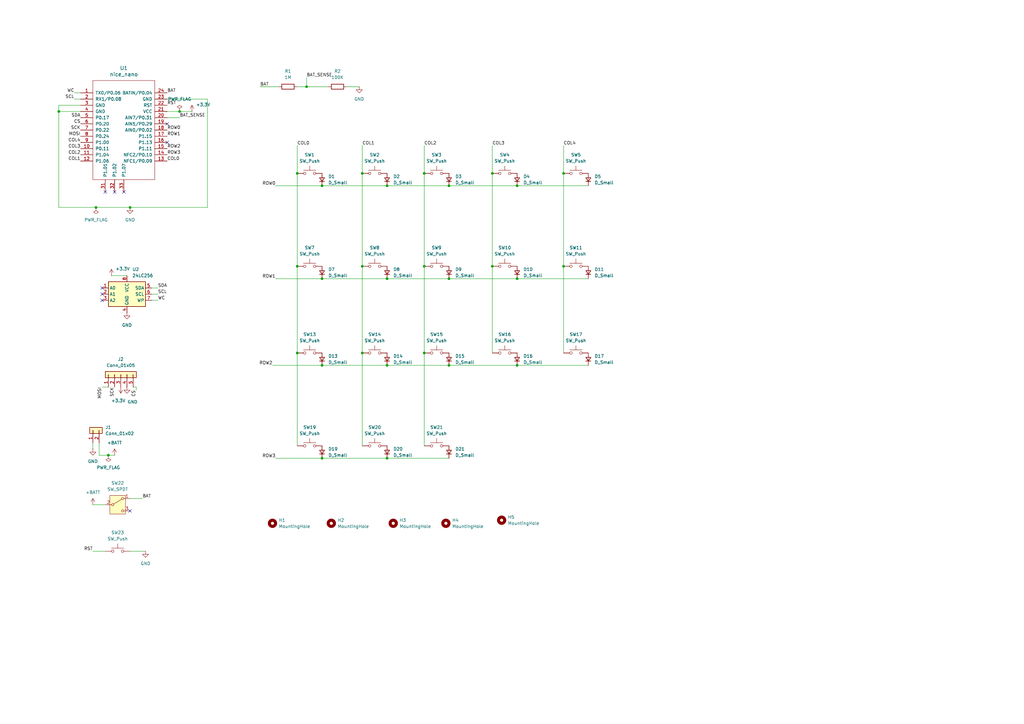
<source format=kicad_sch>
(kicad_sch (version 20231120) (generator "eeschema") (generator_version "8.0")
  (paper "A3")
  (lib_symbols
    (symbol "Connector_Generic:Conn_01x02" (pin_names (offset 1.016) hide)
      (property "Reference" "J" (at 0 2.54 0))
      (property "Value" "Conn_01x02" (at 0 -5.08 0))
      (symbol "Conn_01x02_1_1"
        (rectangle (start -1.27 -2.413) (end 0 -2.667) (stroke (width 0.1524)))
        (rectangle (start -1.27 0.127) (end 0 -0.127) (stroke (width 0.1524)))
        (rectangle (start -1.27 1.27) (end 1.27 -3.81) (stroke (width 0.254)) (fill (type background)))
        (pin passive line (at -5.08 0 0) (length 3.81) (name "Pin_1") (number "1"))
        (pin passive line (at -5.08 -2.54 0) (length 3.81) (name "Pin_2") (number "2"))
      )
    )
    (symbol "Connector_Generic:Conn_01x05" (pin_names (offset 1.016) hide)
      (property "Reference" "J" (at 0 7.62 0))
      (property "Value" "Conn_01x05" (at 0 -7.62 0))
      (symbol "Conn_01x05_1_1"
        (rectangle (start -1.27 -4.953) (end 0 -5.207) (stroke (width 0.1524)))
        (rectangle (start -1.27 -2.413) (end 0 -2.667) (stroke (width 0.1524)))
        (rectangle (start -1.27 0.127) (end 0 -0.127) (stroke (width 0.1524)))
        (rectangle (start -1.27 2.667) (end 0 2.413) (stroke (width 0.1524)))
        (rectangle (start -1.27 5.207) (end 0 4.953) (stroke (width 0.1524)))
        (rectangle (start -1.27 6.35) (end 1.27 -6.35) (stroke (width 0.254)) (fill (type background)))
        (pin passive line (at -5.08 5.08 0) (length 3.81) (name "Pin_1") (number "1"))
        (pin passive line (at -5.08 2.54 0) (length 3.81) (name "Pin_2") (number "2"))
        (pin passive line (at -5.08 0 0) (length 3.81) (name "Pin_3") (number "3"))
        (pin passive line (at -5.08 -2.54 0) (length 3.81) (name "Pin_4") (number "4"))
        (pin passive line (at -5.08 -5.08 0) (length 3.81) (name "Pin_5") (number "5"))
      )
    )
    (symbol "Device:D_Small" (pin_numbers hide) (pin_names (offset 0.254) hide)
      (property "Reference" "D" (at -1.27 2.032 0))
      (property "Value" "D_Small" (at -3.81 -2.032 0))
      (symbol "D_Small_0_1"
        (polyline (pts (xy -0.762 -1.016) (xy -0.762 1.016)) (stroke (width 0.254)))
        (polyline (pts (xy -0.762 0) (xy 0.762 0)))
        (polyline (pts (xy 0.762 -1.016) (xy -0.762 0) (xy 0.762 1.016) (xy 0.762 -1.016)) (stroke (width 0.254)))
      )
      (symbol "D_Small_1_1"
        (pin passive line (at -2.54 0 0) (length 1.778) (name "K") (number "1"))
        (pin passive line (at 2.54 0 180) (length 1.778) (name "A") (number "2"))
      )
    )
    (symbol "Device:R" (pin_numbers hide) (pin_names (offset 0))
      (property "Reference" "R" (at 2.032 0 90))
      (property "Value" "R" (at 0 0 90))
      (symbol "R_0_1"
        (rectangle (start -1.016 -2.54) (end 1.016 2.54) (stroke (width 0.254)))
      )
      (symbol "R_1_1"
        (pin passive line (at 0 3.81 270) (length 1.27) (name "~") (number "1"))
        (pin passive line (at 0 -3.81 90) (length 1.27) (name "~") (number "2"))
      )
    )
    (symbol "Mechanical:MountingHole" (pin_names (offset 1.016)) (exclude_from_sim yes) (in_bom no)
      (property "Reference" "H" (at 0 5.08 0))
      (property "Value" "MountingHole" (at 0 3.175 0))
      (symbol "MountingHole_0_1"
        (circle (center 0 0) (radius 1.27) (stroke (width 1.27)))
      )
    )
    (symbol "Memory_EEPROM:24LC256"
      (property "Reference" "U" (at -6.35 6.35 0))
      (property "Value" "24LC256" (at 1.27 6.35 0))
      (symbol "24LC256_1_1"
        (rectangle (start -7.62 5.08) (end 7.62 -5.08) (stroke (width 0.254)) (fill (type background)))
        (pin input line (at -10.16 2.54 0) (length 2.54) (name "A0") (number "1"))
        (pin input line (at -10.16 0 0) (length 2.54) (name "A1") (number "2"))
        (pin input line (at -10.16 -2.54 0) (length 2.54) (name "A2") (number "3"))
        (pin power_in line (at 0 -7.62 90) (length 2.54) (name "GND") (number "4"))
        (pin bidirectional line (at 10.16 2.54 180) (length 2.54) (name "SDA") (number "5"))
        (pin input line (at 10.16 0 180) (length 2.54) (name "SCL") (number "6"))
        (pin input line (at 10.16 -2.54 180) (length 2.54) (name "WP") (number "7"))
        (pin power_in line (at 0 7.62 270) (length 2.54) (name "VCC") (number "8"))
      )
    )
    (symbol "Switch:SW_Push" (pin_numbers hide) (pin_names (offset 1.016) hide)
      (property "Reference" "SW" (at 1.27 2.54 0))
      (property "Value" "SW_Push" (at 0 -1.524 0))
      (symbol "SW_Push_0_1"
        (circle (center -2.032 0) (radius 0.508))
        (polyline (pts (xy 0 1.27) (xy 0 3.048)))
        (polyline (pts (xy 2.54 1.27) (xy -2.54 1.27)))
        (circle (center 2.032 0) (radius 0.508))
        (pin passive line (at -5.08 0 0) (length 2.54) (name "1") (number "1"))
        (pin passive line (at 5.08 0 180) (length 2.54) (name "2") (number "2"))
      )
    )
    (symbol "Switch:SW_SPDT" (pin_names (offset 0) hide)
      (property "Reference" "SW" (at 0 5.08 0))
      (property "Value" "SW_SPDT" (at 0 -5.08 0))
      (symbol "SW_SPDT_0_1"
        (circle (center -2.032 0) (radius 0.4572))
        (polyline (pts (xy -1.651 0.254) (xy 1.651 2.286)))
        (circle (center 2.032 -2.54) (radius 0.4572))
        (circle (center 2.032 2.54) (radius 0.4572))
      )
      (symbol "SW_SPDT_1_1"
        (rectangle (start -3.175 3.81) (end 3.175 -3.81) (fill (type background)))
        (pin passive line (at 5.08 2.54 180) (length 2.54) (name "A") (number "1"))
        (pin passive line (at -5.08 0 0) (length 2.54) (name "B") (number "2"))
        (pin passive line (at 5.08 -2.54 180) (length 2.54) (name "C") (number "3"))
      )
    )
    (symbol "controller:nice_nano" (pin_names (offset 1.016))
      (property "Reference" "U" (at 0 0 0))
      (property "Value" "nice_nano" (at 0 2.54 0))
      (symbol "nice_nano_0_1"
        (rectangle (start -12.7 -21.59) (end 12.7 19.05))
      )
      (symbol "nice_nano_1_1"
        (pin output line (at -17.78 13.97 0) (length 5.08) (name "TX0/P0.06") (number "1"))
        (pin bidirectional line (at -17.78 -8.89 0) (length 5.08) (name "P0.11") (number "10"))
        (pin bidirectional line (at -17.78 -11.43 0) (length 5.08) (name "P1.04") (number "11"))
        (pin bidirectional line (at -17.78 -13.97 0) (length 5.08) (name "P1.06") (number "12"))
        (pin bidirectional line (at 17.78 -13.97 180) (length 5.08) (name "NFC1/P0.09") (number "13"))
        (pin bidirectional line (at 17.78 -11.43 180) (length 5.08) (name "NFC2/P0.10") (number "14"))
        (pin bidirectional line (at 17.78 -8.89 180) (length 5.08) (name "P1.11") (number "15"))
        (pin bidirectional line (at 17.78 -6.35 180) (length 5.08) (name "P1.13") (number "16"))
        (pin input line (at 17.78 -3.81 180) (length 5.08) (name "P1.15") (number "17"))
        (pin input line (at 17.78 -1.27 180) (length 5.08) (name "AIN0/P0.02") (number "18"))
        (pin input line (at 17.78 1.27 180) (length 5.08) (name "AIN5/P0.29") (number "19"))
        (pin bidirectional line (at -17.78 11.43 0) (length 5.08) (name "RX1/P0.08") (number "2"))
        (pin passive line (at 17.78 3.81 180) (length 5.08) (name "AIN7/P0.31") (number "20"))
        (pin passive line (at 17.78 6.35 180) (length 5.08) (name "VCC") (number "21"))
        (pin input line (at 17.78 8.89 180) (length 5.08) (name "RST") (number "22"))
        (pin input line (at 17.78 11.43 180) (length 5.08) (name "GND") (number "23"))
        (pin input line (at 17.78 13.97 180) (length 5.08) (name "BATIN/P0.04") (number "24"))
        (pin input line (at -17.78 8.89 0) (length 5.08) (name "GND") (number "3"))
        (pin input line (at -7.62 -26.67 90) (length 5.08) (name "P1.01") (number "31"))
        (pin input line (at -3.81 -26.67 90) (length 5.08) (name "P1.02") (number "32"))
        (pin input line (at 0 -26.67 90) (length 5.08) (name "P1.07") (number "33"))
        (pin input line (at -17.78 6.35 0) (length 5.08) (name "GND") (number "4"))
        (pin passive line (at -17.78 3.81 0) (length 5.08) (name "P0.17") (number "5"))
        (pin bidirectional line (at -17.78 1.27 0) (length 5.08) (name "P0.20") (number "6"))
        (pin bidirectional line (at -17.78 -1.27 0) (length 5.08) (name "P0.22") (number "7"))
        (pin bidirectional line (at -17.78 -3.81 0) (length 5.08) (name "P0.24") (number "8"))
        (pin bidirectional line (at -17.78 -6.35 0) (length 5.08) (name "P1.00") (number "9"))
      )
    )
    (symbol "power:+3.3V" (power) (pin_numbers hide) (pin_names (offset 0) hide)
      (property "Value" "+3.3V" (at 0 3.556 0))
      (symbol "+3.3V_0_1"
        (polyline (pts (xy -0.762 1.27) (xy 0 2.54)))
        (polyline (pts (xy 0 0) (xy 0 2.54)))
        (polyline (pts (xy 0 2.54) (xy 0.762 1.27)))
      )
      (symbol "+3.3V_1_1"
        (pin power_in line (at 0 0 90) (length 0) (name "~") (number "1"))
      )
    )
    (symbol "power:+BATT" (power) (pin_numbers hide) (pin_names (offset 0) hide)
      (property "Value" "+BATT" (at 0 3.556 0))
      (symbol "+BATT_0_1"
        (polyline (pts (xy -0.762 1.27) (xy 0 2.54)))
        (polyline (pts (xy 0 0) (xy 0 2.54)))
        (polyline (pts (xy 0 2.54) (xy 0.762 1.27)))
      )
      (symbol "+BATT_1_1"
        (pin power_in line (at 0 0 90) (length 0) (name "~") (number "1"))
      )
    )
    (symbol "power:GND" (power) (pin_numbers hide) (pin_names (offset 0) hide)
      (property "Value" "GND" (at 0 -3.81 0))
      (symbol "GND_0_1"
        (polyline (pts (xy 0 0) (xy 0 -1.27) (xy 1.27 -1.27) (xy 0 -2.54) (xy -1.27 -1.27) (xy 0 -1.27)))
      )
      (symbol "GND_1_1"
        (pin power_in line (at 0 0 270) (length 0) (name "~") (number "1"))
      )
    )
    (symbol "power:PWR_FLAG" (power) (pin_numbers hide) (pin_names (offset 0) hide)
      (property "Value" "PWR_FLAG" (at 0 3.81 0))
      (symbol "PWR_FLAG_0_0"
        (pin power_out line (at 0 0 90) (length 0) (name "~") (number "1"))
      )
      (symbol "PWR_FLAG_0_1"
        (polyline (pts (xy 0 0) (xy 0 1.27) (xy -1.016 1.905) (xy 0 2.54) (xy 1.016 1.905) (xy 0 1.27)))
      )
    )
  )
  (junction (at 231.14 71.12))
  (junction (at 148.59 71.12))
  (junction (at 184.15 114.3))
  (junction (at 121.92 144.78))
  (junction (at 173.99 109.22))
  (junction (at 148.59 109.22))
  (junction (at 39.37 85.09))
  (junction (at 53.34 85.09))
  (junction (at 173.99 144.78))
  (junction (at 184.15 76.2))
  (junction (at 132.08 187.96))
  (junction (at 212.09 114.3))
  (junction (at 44.45 186.69))
  (junction (at 132.08 76.2))
  (junction (at 201.93 71.12))
  (junction (at 173.99 71.12))
  (junction (at 132.08 149.86))
  (junction (at 201.93 109.22))
  (junction (at 121.92 71.12))
  (junction (at 158.75 76.2))
  (junction (at 212.09 149.86))
  (junction (at 125.73 35.56))
  (junction (at 212.09 76.2))
  (junction (at 148.59 144.78))
  (junction (at 73.66 45.72))
  (junction (at 158.75 149.86))
  (junction (at 132.08 114.3))
  (junction (at 24.13 45.72))
  (junction (at 231.14 109.22))
  (junction (at 158.75 114.3))
  (junction (at 184.15 149.86))
  (junction (at 158.75 187.96))
  (junction (at 121.92 109.22))
  (no_connect (at 41.91 118.11))
  (no_connect (at 53.34 209.55))
  (no_connect (at 46.99 78.74))
  (no_connect (at 50.8 78.74))
  (no_connect (at 68.58 58.42))
  (no_connect (at 68.58 50.8))
  (no_connect (at 43.18 78.74))
  (no_connect (at 41.91 123.19))
  (no_connect (at 41.91 120.65))
  (wire (pts (xy 148.59 109.22) (xy 148.59 144.78)))
  (wire (pts (xy 121.92 109.22) (xy 121.92 144.78)))
  (wire (pts (xy 173.99 144.78) (xy 173.99 182.88)))
  (wire (pts (xy 38.1 181.61) (xy 38.1 184.15)))
  (wire (pts (xy 125.73 31.75) (xy 125.73 35.56)))
  (wire (pts (xy 68.58 40.64) (xy 85.09 40.64)))
  (wire (pts (xy 184.15 149.86) (xy 212.09 149.86)))
  (wire (pts (xy 30.48 38.1) (xy 33.02 38.1)))
  (wire (pts (xy 231.14 109.22) (xy 231.14 144.78)))
  (wire (pts (xy 231.14 59.69) (xy 231.14 71.12)))
  (wire (pts (xy 55.88 160.02) (xy 55.88 158.75)))
  (wire (pts (xy 58.42 204.47) (xy 53.34 204.47)))
  (wire (pts (xy 121.92 144.78) (xy 121.92 182.88)))
  (wire (pts (xy 85.09 40.64) (xy 85.09 85.09)))
  (wire (pts (xy 158.75 114.3) (xy 184.15 114.3)))
  (wire (pts (xy 24.13 45.72) (xy 24.13 85.09)))
  (wire (pts (xy 24.13 85.09) (xy 39.37 85.09)))
  (wire (pts (xy 212.09 149.86) (xy 241.3 149.86)))
  (wire (pts (xy 39.37 85.09) (xy 53.34 85.09)))
  (wire (pts (xy 201.93 59.69) (xy 201.93 71.12)))
  (wire (pts (xy 184.15 76.2) (xy 212.09 76.2)))
  (wire (pts (xy 38.1 226.06) (xy 43.18 226.06)))
  (wire (pts (xy 132.08 187.96) (xy 158.75 187.96)))
  (wire (pts (xy 212.09 76.2) (xy 241.3 76.2)))
  (wire (pts (xy 113.03 76.2) (xy 132.08 76.2)))
  (wire (pts (xy 173.99 59.69) (xy 173.99 71.12)))
  (wire (pts (xy 64.77 118.11) (xy 62.23 118.11)))
  (wire (pts (xy 44.45 186.69) (xy 46.99 186.69)))
  (wire (pts (xy 113.03 187.96) (xy 132.08 187.96)))
  (wire (pts (xy 132.08 76.2) (xy 158.75 76.2)))
  (wire (pts (xy 64.77 123.19) (xy 62.23 123.19)))
  (wire (pts (xy 53.34 85.09) (xy 85.09 85.09)))
  (wire (pts (xy 40.64 181.61) (xy 40.64 186.69)))
  (wire (pts (xy 55.88 158.75) (xy 54.61 158.75)))
  (wire (pts (xy 212.09 114.3) (xy 241.3 114.3)))
  (wire (pts (xy 148.59 71.12) (xy 148.59 109.22)))
  (wire (pts (xy 121.92 59.69) (xy 121.92 71.12)))
  (wire (pts (xy 68.58 48.26) (xy 73.66 48.26)))
  (wire (pts (xy 158.75 187.96) (xy 184.15 187.96)))
  (wire (pts (xy 64.77 120.65) (xy 62.23 120.65)))
  (wire (pts (xy 125.73 35.56) (xy 134.62 35.56)))
  (wire (pts (xy 184.15 114.3) (xy 212.09 114.3)))
  (wire (pts (xy 132.08 114.3) (xy 158.75 114.3)))
  (wire (pts (xy 24.13 45.72) (xy 33.02 45.72)))
  (wire (pts (xy 173.99 109.22) (xy 173.99 144.78)))
  (wire (pts (xy 201.93 71.12) (xy 201.93 109.22)))
  (wire (pts (xy 121.92 35.56) (xy 125.73 35.56)))
  (wire (pts (xy 111.76 149.86) (xy 132.08 149.86)))
  (wire (pts (xy 30.48 40.64) (xy 33.02 40.64)))
  (wire (pts (xy 142.24 35.56) (xy 147.32 35.56)))
  (wire (pts (xy 73.66 45.72) (xy 78.74 45.72)))
  (wire (pts (xy 45.72 113.03) (xy 52.07 113.03)))
  (wire (pts (xy 148.59 144.78) (xy 148.59 182.88)))
  (wire (pts (xy 173.99 71.12) (xy 173.99 109.22)))
  (wire (pts (xy 158.75 76.2) (xy 184.15 76.2)))
  (wire (pts (xy 41.91 158.75) (xy 44.45 158.75)))
  (wire (pts (xy 53.34 226.06) (xy 59.69 226.06)))
  (wire (pts (xy 38.1 207.01) (xy 43.18 207.01)))
  (wire (pts (xy 121.92 71.12) (xy 121.92 109.22)))
  (wire (pts (xy 113.03 114.3) (xy 132.08 114.3)))
  (wire (pts (xy 201.93 109.22) (xy 201.93 144.78)))
  (wire (pts (xy 132.08 149.86) (xy 158.75 149.86)))
  (wire (pts (xy 68.58 45.72) (xy 73.66 45.72)))
  (wire (pts (xy 24.13 43.18) (xy 33.02 43.18)))
  (wire (pts (xy 40.64 186.69) (xy 44.45 186.69)))
  (wire (pts (xy 106.68 35.56) (xy 114.3 35.56)))
  (wire (pts (xy 231.14 71.12) (xy 231.14 109.22)))
  (wire (pts (xy 24.13 43.18) (xy 24.13 45.72)))
  (wire (pts (xy 158.75 149.86) (xy 184.15 149.86)))
  (wire (pts (xy 148.59 59.69) (xy 148.59 71.12)))
  (label "ROW0" (at 68.58 53.34 0))
  (label "BAT_SENSE" (at 125.73 31.75 0))
  (label "COL0" (at 121.92 59.69 0))
  (label "SCL" (at 30.48 40.64 180))
  (label "COL3" (at 33.02 60.96 180))
  (label "COL0" (at 68.58 66.04 0))
  (label "BAT_SENSE" (at 73.66 48.26 0))
  (label "COL4" (at 231.14 59.69 0))
  (label "CS" (at 33.02 50.8 180))
  (label "ROW3" (at 113.03 187.96 180))
  (label "MOSI" (at 33.02 55.88 180))
  (label "COL4" (at 33.02 58.42 180))
  (label "COL1" (at 148.59 59.69 0))
  (label "COL3" (at 201.93 59.69 0))
  (label "WC" (at 64.77 123.19 0))
  (label "SCK" (at 46.99 158.75 270))
  (label "CS" (at 55.88 160.02 270))
  (label "ROW2" (at 68.58 60.96 0))
  (label "SCK" (at 33.02 53.34 180))
  (label "ROW0" (at 113.03 76.2 180))
  (label "SDA" (at 33.02 48.26 180))
  (label "BAT" (at 68.58 38.1 0))
  (label "COL2" (at 33.02 63.5 180))
  (label "SDA" (at 64.77 118.11 0))
  (label "BAT" (at 58.42 204.47 0))
  (label "ROW3" (at 68.58 63.5 0))
  (label "ROW1" (at 113.03 114.3 180))
  (label "WC" (at 30.48 38.1 180))
  (label "RST" (at 68.58 43.18 0))
  (label "SCL" (at 64.77 120.65 0))
  (label "MOSI" (at 41.91 158.75 270))
  (label "ROW1" (at 68.58 55.88 0))
  (label "RST" (at 38.1 226.06 180))
  (label "COL1" (at 33.02 66.04 180))
  (label "ROW2" (at 111.76 149.86 180))
  (label "BAT" (at 106.68 35.56 0))
  (label "COL2" (at 173.99 59.69 0))
  (symbol (lib_id "Connector_Generic:Conn_01x02") (at 38.1 176.53 90) (unit 1)
    (property "Reference" "J1" (at 43.18 175.2599 90) (effects (justify right)))
    (property "Value" "Conn_01x02" (at 43.18 177.7999 90) (effects (justify right)))
    (property "Footprint" "Connector_JST:JST_PH_S2B-PH-K_1x02_P2.00mm_Horizontal" (effects (hide yes)))
    (property "Description" "Generic connector, single row, 01x02, script generated (kicad-library-utils/schlib/autogen/connector/)" (effects (hide yes)))
  )
  (symbol (lib_id "power:PWR_FLAG") (at 73.66 45.72 0) (unit 1)
    (property "Reference" "#FLG03" (effects (hide yes)))
    (property "Value" "PWR_FLAG" (at 73.66 40.64 0))
    (property "Description" "Special symbol for telling ERC where power comes from" (effects (hide yes)))
  )
  (symbol (lib_id "Switch:SW_SPDT") (at 48.26 207.01 0) (unit 1)
    (property "Reference" "SW22" (at 48.26 198.12 0))
    (property "Value" "SW_SPDT" (at 48.26 200.66 0))
    (property "Footprint" "Button_Switch_SMD:SW_SPDT_PCM12" (effects (hide yes)))
    (property "Description" "Switch, single pole double throw" (effects (hide yes)))
  )
  (symbol (lib_id "Device:D_Small") (at 158.75 73.66 90) (unit 1)
    (property "Reference" "D2" (at 161.29 72.3899 90) (effects (justify right)))
    (property "Value" "D_Small" (at 161.29 74.9299 90) (effects (justify right)))
    (property "Footprint" "Diode_SMD:D_SOD-123" (effects (hide yes)))
    (property "Description" "Diode, small symbol" (effects (hide yes)))
    (property "Sim.Device" "D" (effects (hide yes)))
    (property "Sim.Pins" "1=K 2=A" (effects (hide yes)))
  )
  (symbol (lib_id "Device:D_Small") (at 158.75 111.76 90) (unit 1)
    (property "Reference" "D8" (at 161.29 110.4899 90) (effects (justify right)))
    (property "Value" "D_Small" (at 161.29 113.0299 90) (effects (justify right)))
    (property "Footprint" "Diode_SMD:D_SOD-123" (effects (hide yes)))
    (property "Description" "Diode, small symbol" (effects (hide yes)))
    (property "Sim.Device" "D" (effects (hide yes)))
    (property "Sim.Pins" "1=K 2=A" (effects (hide yes)))
  )
  (symbol (lib_id "Device:D_Small") (at 184.15 147.32 90) (unit 1)
    (property "Reference" "D15" (at 186.69 146.0499 90) (effects (justify right)))
    (property "Value" "D_Small" (at 186.69 148.5899 90) (effects (justify right)))
    (property "Footprint" "Diode_SMD:D_SOD-123" (effects (hide yes)))
    (property "Description" "Diode, small symbol" (effects (hide yes)))
    (property "Sim.Device" "D" (effects (hide yes)))
    (property "Sim.Pins" "1=K 2=A" (effects (hide yes)))
  )
  (symbol (lib_id "Device:D_Small") (at 132.08 73.66 90) (unit 1)
    (property "Reference" "D1" (at 134.62 72.3899 90) (effects (justify right)))
    (property "Value" "D_Small" (at 134.62 74.9299 90) (effects (justify right)))
    (property "Footprint" "Diode_SMD:D_SOD-123" (effects (hide yes)))
    (property "Description" "Diode, small symbol" (effects (hide yes)))
    (property "Sim.Device" "D" (effects (hide yes)))
    (property "Sim.Pins" "1=K 2=A" (effects (hide yes)))
  )
  (symbol (lib_id "Switch:SW_Push") (at 236.22 144.78 0) (unit 1)
    (property "Reference" "SW17" (at 236.22 137.16 0))
    (property "Value" "SW_Push" (at 236.22 139.7 0))
    (property "Footprint" "PCM_Switch_Keyboard_Hotswap_Kailh:SW_Hotswap_Kailh_Choc_V1V2_1.1" (effects (hide yes)))
    (property "Description" "Push button switch, generic, two pins" (effects (hide yes)))
  )
  (symbol (lib_id "Device:D_Small") (at 241.3 73.66 90) (unit 1)
    (property "Reference" "D5" (at 243.84 72.3899 90) (effects (justify right)))
    (property "Value" "D_Small" (at 243.84 74.9299 90) (effects (justify right)))
    (property "Footprint" "Diode_SMD:D_SOD-123" (effects (hide yes)))
    (property "Description" "Diode, small symbol" (effects (hide yes)))
    (property "Sim.Device" "D" (effects (hide yes)))
    (property "Sim.Pins" "1=K 2=A" (effects (hide yes)))
  )
  (symbol (lib_id "Device:D_Small") (at 132.08 147.32 90) (unit 1)
    (property "Reference" "D13" (at 134.62 146.0499 90) (effects (justify right)))
    (property "Value" "D_Small" (at 134.62 148.5899 90) (effects (justify right)))
    (property "Footprint" "Diode_SMD:D_SOD-123" (effects (hide yes)))
    (property "Description" "Diode, small symbol" (effects (hide yes)))
    (property "Sim.Device" "D" (effects (hide yes)))
    (property "Sim.Pins" "1=K 2=A" (effects (hide yes)))
  )
  (symbol (lib_id "Switch:SW_Push") (at 153.67 144.78 0) (unit 1)
    (property "Reference" "SW14" (at 153.67 137.16 0))
    (property "Value" "SW_Push" (at 153.67 139.7 0))
    (property "Footprint" "PCM_Switch_Keyboard_Hotswap_Kailh:SW_Hotswap_Kailh_Choc_V1V2_1.1" (effects (hide yes)))
    (property "Description" "Push button switch, generic, two pins" (effects (hide yes)))
  )
  (symbol (lib_id "power:+3.3V") (at 78.74 45.72 0) (unit 1)
    (property "Reference" "#PWR03" (effects (hide yes)))
    (property "Value" "+3.3V" (at 83.312 42.926 0))
    (property "Description" "Power symbol creates a global label with name \"+3.3V\"" (effects (hide yes)))
  )
  (symbol (lib_id "Switch:SW_Push") (at 236.22 109.22 0) (unit 1)
    (property "Reference" "SW11" (at 236.22 101.6 0))
    (property "Value" "SW_Push" (at 236.22 104.14 0))
    (property "Footprint" "PCM_Switch_Keyboard_Hotswap_Kailh:SW_Hotswap_Kailh_Choc_V1V2_1.1" (effects (hide yes)))
    (property "Description" "Push button switch, generic, two pins" (effects (hide yes)))
  )
  (symbol (lib_id "Mechanical:MountingHole") (at 182.88 214.63 0) (unit 1) (exclude_from_sim yes) (in_bom no)
    (property "Reference" "H4" (at 185.42 213.3599 0) (effects (justify left)))
    (property "Value" "MountingHole" (at 185.42 215.8999 0) (effects (justify left)))
    (property "Footprint" "MountingHole:MountingHole_2.2mm_M2" (effects (hide yes)))
    (property "Description" "Mounting Hole without connection" (effects (hide yes)))
  )
  (symbol (lib_id "Device:R") (at 118.11 35.56 90) (unit 1)
    (property "Reference" "R1" (at 118.11 29.21 90))
    (property "Value" "1M" (at 118.11 31.75 90))
    (property "Footprint" "Resistor_SMD:R_0603_1608Metric_Pad0.98x0.95mm_HandSolder" (effects (hide yes)))
    (property "Description" "Resistor" (effects (hide yes)))
  )
  (symbol (lib_id "Mechanical:MountingHole") (at 205.74 213.36 0) (unit 1) (exclude_from_sim yes) (in_bom no)
    (property "Reference" "H5" (at 208.28 212.0899 0) (effects (justify left)))
    (property "Value" "MountingHole" (at 208.28 214.6299 0) (effects (justify left)))
    (property "Footprint" "MountingHole:MountingHole_2.2mm_M2" (effects (hide yes)))
    (property "Description" "Mounting Hole without connection" (effects (hide yes)))
  )
  (symbol (lib_id "Switch:SW_Push") (at 127 144.78 0) (unit 1)
    (property "Reference" "SW13" (at 127 137.16 0))
    (property "Value" "SW_Push" (at 127 139.7 0))
    (property "Footprint" "PCM_Switch_Keyboard_Hotswap_Kailh:SW_Hotswap_Kailh_Choc_V1V2_1.1" (effects (hide yes)))
    (property "Description" "Push button switch, generic, two pins" (effects (hide yes)))
  )
  (symbol (lib_id "Switch:SW_Push") (at 127 109.22 0) (unit 1)
    (property "Reference" "SW7" (at 127 101.6 0))
    (property "Value" "SW_Push" (at 127 104.14 0))
    (property "Footprint" "PCM_Switch_Keyboard_Hotswap_Kailh:SW_Hotswap_Kailh_Choc_V1V2_1.1" (effects (hide yes)))
    (property "Description" "Push button switch, generic, two pins" (effects (hide yes)))
  )
  (symbol (lib_id "power:GND") (at 52.07 158.75 0) (unit 1)
    (property "Reference" "#PWR013" (effects (hide yes)))
    (property "Value" "GND" (at 54.356 164.846 0))
    (property "Description" "Power symbol creates a global label with name \"GND\" , ground" (effects (hide yes)))
  )
  (symbol (lib_id "Device:D_Small") (at 132.08 111.76 90) (unit 1)
    (property "Reference" "D7" (at 134.62 110.4899 90) (effects (justify right)))
    (property "Value" "D_Small" (at 134.62 113.0299 90) (effects (justify right)))
    (property "Footprint" "Diode_SMD:D_SOD-123" (effects (hide yes)))
    (property "Description" "Diode, small symbol" (effects (hide yes)))
    (property "Sim.Device" "D" (effects (hide yes)))
    (property "Sim.Pins" "1=K 2=A" (effects (hide yes)))
  )
  (symbol (lib_id "Device:D_Small") (at 158.75 147.32 90) (unit 1)
    (property "Reference" "D14" (at 161.29 146.0499 90) (effects (justify right)))
    (property "Value" "D_Small" (at 161.29 148.5899 90) (effects (justify right)))
    (property "Footprint" "Diode_SMD:D_SOD-123" (effects (hide yes)))
    (property "Description" "Diode, small symbol" (effects (hide yes)))
    (property "Sim.Device" "D" (effects (hide yes)))
    (property "Sim.Pins" "1=K 2=A" (effects (hide yes)))
  )
  (symbol (lib_id "Switch:SW_Push") (at 153.67 109.22 0) (unit 1)
    (property "Reference" "SW8" (at 153.67 101.6 0))
    (property "Value" "SW_Push" (at 153.67 104.14 0))
    (property "Footprint" "PCM_Switch_Keyboard_Hotswap_Kailh:SW_Hotswap_Kailh_Choc_V1V2_1.1" (effects (hide yes)))
    (property "Description" "Push button switch, generic, two pins" (effects (hide yes)))
  )
  (symbol (lib_id "power:GND") (at 59.69 226.06 0) (unit 1)
    (property "Reference" "#PWR011" (effects (hide yes)))
    (property "Value" "GND" (at 59.69 231.14 0))
    (property "Description" "Power symbol creates a global label with name \"GND\" , ground" (effects (hide yes)))
  )
  (symbol (lib_id "Switch:SW_Push") (at 48.26 226.06 0) (unit 1)
    (property "Reference" "SW23" (at 48.26 218.44 0))
    (property "Value" "SW_Push" (at 48.26 220.98 0))
    (property "Footprint" "Button_Switch_SMD:Panasonic_EVQPUL_EVQPUC" (effects (hide yes)))
    (property "Description" "Push button switch, generic, two pins" (effects (hide yes)))
  )
  (symbol (lib_id "Connector_Generic:Conn_01x05") (at 49.53 153.67 90) (unit 1)
    (property "Reference" "J2" (at 49.53 147.32 90))
    (property "Value" "Conn_01x05" (at 49.53 149.86 90))
    (property "Footprint" "Connector_PinSocket_2.54mm:PinSocket_1x05_P2.54mm_Vertical" (effects (hide yes)))
    (property "Description" "Generic connector, single row, 01x05, script generated (kicad-library-utils/schlib/autogen/connector/)" (effects (hide yes)))
  )
  (symbol (lib_id "Device:D_Small") (at 212.09 73.66 90) (unit 1)
    (property "Reference" "D4" (at 214.63 72.3899 90) (effects (justify right)))
    (property "Value" "D_Small" (at 214.63 74.9299 90) (effects (justify right)))
    (property "Footprint" "Diode_SMD:D_SOD-123" (effects (hide yes)))
    (property "Description" "Diode, small symbol" (effects (hide yes)))
    (property "Sim.Device" "D" (effects (hide yes)))
    (property "Sim.Pins" "1=K 2=A" (effects (hide yes)))
  )
  (symbol (lib_id "Device:D_Small") (at 184.15 73.66 90) (unit 1)
    (property "Reference" "D3" (at 186.69 72.3899 90) (effects (justify right)))
    (property "Value" "D_Small" (at 186.69 74.9299 90) (effects (justify right)))
    (property "Footprint" "Diode_SMD:D_SOD-123" (effects (hide yes)))
    (property "Description" "Diode, small symbol" (effects (hide yes)))
    (property "Sim.Device" "D" (effects (hide yes)))
    (property "Sim.Pins" "1=K 2=A" (effects (hide yes)))
  )
  (symbol (lib_id "power:GND") (at 38.1 184.15 0) (unit 1)
    (property "Reference" "#PWR010" (effects (hide yes)))
    (property "Value" "GND" (at 38.1 189.23 0))
    (property "Description" "Power symbol creates a global label with name \"GND\" , ground" (effects (hide yes)))
  )
  (symbol (lib_id "power:GND") (at 53.34 85.09 0) (unit 1)
    (property "Reference" "#PWR02" (effects (hide yes)))
    (property "Value" "GND" (at 53.34 90.17 0))
    (property "Description" "Power symbol creates a global label with name \"GND\" , ground" (effects (hide yes)))
  )
  (symbol (lib_id "Mechanical:MountingHole") (at 135.89 214.63 0) (unit 1) (exclude_from_sim yes) (in_bom no)
    (property "Reference" "H2" (at 138.43 213.3599 0) (effects (justify left)))
    (property "Value" "MountingHole" (at 138.43 215.8999 0) (effects (justify left)))
    (property "Footprint" "MountingHole:MountingHole_2.2mm_M2" (effects (hide yes)))
    (property "Description" "Mounting Hole without connection" (effects (hide yes)))
  )
  (symbol (lib_id "power:+BATT") (at 46.99 186.69 0) (unit 1)
    (property "Reference" "#PWR09" (effects (hide yes)))
    (property "Value" "+BATT" (at 46.99 181.61 0))
    (property "Description" "Power symbol creates a global label with name \"+BATT\"" (effects (hide yes)))
  )
  (symbol (lib_id "power:GND") (at 52.07 128.27 0) (unit 1)
    (property "Reference" "#PWR05" (effects (hide yes)))
    (property "Value" "GND" (at 52.07 133.35 0))
    (property "Description" "Power symbol creates a global label with name \"GND\" , ground" (effects (hide yes)))
  )
  (symbol (lib_id "Mechanical:MountingHole") (at 111.76 214.63 0) (unit 1) (exclude_from_sim yes) (in_bom no)
    (property "Reference" "H1" (at 114.3 213.3599 0) (effects (justify left)))
    (property "Value" "MountingHole" (at 114.3 215.8999 0) (effects (justify left)))
    (property "Footprint" "MountingHole:MountingHole_2.2mm_M2" (effects (hide yes)))
    (property "Description" "Mounting Hole without connection" (effects (hide yes)))
  )
  (symbol (lib_id "Switch:SW_Push") (at 179.07 71.12 0) (unit 1)
    (property "Reference" "SW3" (at 179.07 63.5 0))
    (property "Value" "SW_Push" (at 179.07 66.04 0))
    (property "Footprint" "PCM_Switch_Keyboard_Hotswap_Kailh:SW_Hotswap_Kailh_Choc_V1V2_1.1" (effects (hide yes)))
    (property "Description" "Push button switch, generic, two pins" (effects (hide yes)))
  )
  (symbol (lib_id "power:PWR_FLAG") (at 39.37 85.09 180) (unit 1)
    (property "Reference" "#FLG04" (effects (hide yes)))
    (property "Value" "PWR_FLAG" (at 39.37 90.17 0))
    (property "Description" "Special symbol for telling ERC where power comes from" (effects (hide yes)))
  )
  (symbol (lib_id "Switch:SW_Push") (at 207.01 144.78 0) (unit 1)
    (property "Reference" "SW16" (at 207.01 137.16 0))
    (property "Value" "SW_Push" (at 207.01 139.7 0))
    (property "Footprint" "PCM_Switch_Keyboard_Hotswap_Kailh:SW_Hotswap_Kailh_Choc_V1V2_1.1" (effects (hide yes)))
    (property "Description" "Push button switch, generic, two pins" (effects (hide yes)))
  )
  (symbol (lib_id "Device:D_Small") (at 241.3 147.32 90) (unit 1)
    (property "Reference" "D17" (at 243.84 146.0499 90) (effects (justify right)))
    (property "Value" "D_Small" (at 243.84 148.5899 90) (effects (justify right)))
    (property "Footprint" "Diode_SMD:D_SOD-123" (effects (hide yes)))
    (property "Description" "Diode, small symbol" (effects (hide yes)))
    (property "Sim.Device" "D" (effects (hide yes)))
    (property "Sim.Pins" "1=K 2=A" (effects (hide yes)))
  )
  (symbol (lib_id "power:GND") (at 147.32 35.56 0) (unit 1)
    (property "Reference" "#PWR04" (effects (hide yes)))
    (property "Value" "GND" (at 147.32 40.64 0))
    (property "Description" "Power symbol creates a global label with name \"GND\" , ground" (effects (hide yes)))
  )
  (symbol (lib_id "Mechanical:MountingHole") (at 161.29 214.63 0) (unit 1) (exclude_from_sim yes) (in_bom no)
    (property "Reference" "H3" (at 163.83 213.3599 0) (effects (justify left)))
    (property "Value" "MountingHole" (at 163.83 215.8999 0) (effects (justify left)))
    (property "Footprint" "MountingHole:MountingHole_2.2mm_M2" (effects (hide yes)))
    (property "Description" "Mounting Hole without connection" (effects (hide yes)))
  )
  (symbol (lib_id "power:+3.3V") (at 49.53 158.75 180) (unit 1)
    (property "Reference" "#PWR07" (effects (hide yes)))
    (property "Value" "+3.3V" (at 48.514 164.338 0))
    (property "Description" "Power symbol creates a global label with name \"+3.3V\"" (effects (hide yes)))
  )
  (symbol (lib_id "Switch:SW_Push") (at 179.07 182.88 0) (unit 1)
    (property "Reference" "SW21" (at 179.07 175.26 0))
    (property "Value" "SW_Push" (at 179.07 177.8 0))
    (property "Footprint" "PCM_Switch_Keyboard_Hotswap_Kailh:SW_Hotswap_Kailh_Choc_V1V2_1.1" (effects (hide yes)))
    (property "Description" "Push button switch, generic, two pins" (effects (hide yes)))
  )
  (symbol (lib_id "power:+BATT") (at 38.1 207.01 0) (unit 1)
    (property "Reference" "#PWR01" (effects (hide yes)))
    (property "Value" "+BATT" (at 38.1 201.93 0))
    (property "Description" "Power symbol creates a global label with name \"+BATT\"" (effects (hide yes)))
  )
  (symbol (lib_id "Device:D_Small") (at 158.75 185.42 90) (unit 1)
    (property "Reference" "D20" (at 161.29 184.1499 90) (effects (justify right)))
    (property "Value" "D_Small" (at 161.29 186.6899 90) (effects (justify right)))
    (property "Footprint" "Diode_SMD:D_SOD-123" (effects (hide yes)))
    (property "Description" "Diode, small symbol" (effects (hide yes)))
    (property "Sim.Device" "D" (effects (hide yes)))
    (property "Sim.Pins" "1=K 2=A" (effects (hide yes)))
  )
  (symbol (lib_id "Switch:SW_Push") (at 127 71.12 0) (unit 1)
    (property "Reference" "SW1" (at 127 63.5 0))
    (property "Value" "SW_Push" (at 127 66.04 0))
    (property "Footprint" "PCM_Switch_Keyboard_Hotswap_Kailh:SW_Hotswap_Kailh_Choc_V1V2_1.1" (effects (hide yes)))
    (property "Description" "Push button switch, generic, two pins" (effects (hide yes)))
  )
  (symbol (lib_id "Switch:SW_Push") (at 236.22 71.12 0) (unit 1)
    (property "Reference" "SW5" (at 236.22 63.5 0))
    (property "Value" "SW_Push" (at 236.22 66.04 0))
    (property "Footprint" "PCM_Switch_Keyboard_Hotswap_Kailh:SW_Hotswap_Kailh_Choc_V1V2_1.1" (effects (hide yes)))
    (property "Description" "Push button switch, generic, two pins" (effects (hide yes)))
  )
  (symbol (lib_id "Device:D_Small") (at 132.08 185.42 90) (unit 1)
    (property "Reference" "D19" (at 134.62 184.1499 90) (effects (justify right)))
    (property "Value" "D_Small" (at 134.62 186.6899 90) (effects (justify right)))
    (property "Footprint" "Diode_SMD:D_SOD-123" (effects (hide yes)))
    (property "Description" "Diode, small symbol" (effects (hide yes)))
    (property "Sim.Device" "D" (effects (hide yes)))
    (property "Sim.Pins" "1=K 2=A" (effects (hide yes)))
  )
  (symbol (lib_id "Switch:SW_Push") (at 179.07 144.78 0) (unit 1)
    (property "Reference" "SW15" (at 179.07 137.16 0))
    (property "Value" "SW_Push" (at 179.07 139.7 0))
    (property "Footprint" "PCM_Switch_Keyboard_Hotswap_Kailh:SW_Hotswap_Kailh_Choc_V1V2_1.1" (effects (hide yes)))
    (property "Description" "Push button switch, generic, two pins" (effects (hide yes)))
  )
  (symbol (lib_id "Switch:SW_Push") (at 207.01 109.22 0) (unit 1)
    (property "Reference" "SW10" (at 207.01 101.6 0))
    (property "Value" "SW_Push" (at 207.01 104.14 0))
    (property "Footprint" "PCM_Switch_Keyboard_Hotswap_Kailh:SW_Hotswap_Kailh_Choc_V1V2_1.1" (effects (hide yes)))
    (property "Description" "Push button switch, generic, two pins" (effects (hide yes)))
  )
  (symbol (lib_id "Device:D_Small") (at 212.09 147.32 90) (unit 1)
    (property "Reference" "D16" (at 214.63 146.0499 90) (effects (justify right)))
    (property "Value" "D_Small" (at 214.63 148.5899 90) (effects (justify right)))
    (property "Footprint" "Diode_SMD:D_SOD-123" (effects (hide yes)))
    (property "Description" "Diode, small symbol" (effects (hide yes)))
    (property "Sim.Device" "D" (effects (hide yes)))
    (property "Sim.Pins" "1=K 2=A" (effects (hide yes)))
  )
  (symbol (lib_id "power:PWR_FLAG") (at 44.45 186.69 180) (unit 1)
    (property "Reference" "#FLG02" (effects (hide yes)))
    (property "Value" "PWR_FLAG" (at 44.45 191.77 0))
    (property "Description" "Special symbol for telling ERC where power comes from" (effects (hide yes)))
  )
  (symbol (lib_id "Switch:SW_Push") (at 207.01 71.12 0) (unit 1)
    (property "Reference" "SW4" (at 207.01 63.5 0))
    (property "Value" "SW_Push" (at 207.01 66.04 0))
    (property "Footprint" "PCM_Switch_Keyboard_Hotswap_Kailh:SW_Hotswap_Kailh_Choc_V1V2_1.1" (effects (hide yes)))
    (property "Description" "Push button switch, generic, two pins" (effects (hide yes)))
  )
  (symbol (lib_id "Memory_EEPROM:24LC256") (at 52.07 120.65 0) (unit 1)
    (property "Reference" "U2" (at 54.2641 110.49 0) (effects (justify left)))
    (property "Value" "24LC256" (at 54.2641 113.03 0) (effects (justify left)))
    (property "Footprint" "Package_SO:TSSOP-8_4.4x3mm_P0.65mm" (effects (hide yes)))
    (property "Datasheet" "http://ww1.microchip.com/downloads/en/devicedoc/21203m.pdf" (effects (hide yes)))
    (property "Description" "I2C Serial EEPROM, 256Kb, DIP-8/SOIC-8/TSSOP-8/DFN-8" (effects (hide yes)))
  )
  (symbol (lib_id "Device:D_Small") (at 184.15 185.42 90) (unit 1)
    (property "Reference" "D21" (at 186.69 184.1499 90) (effects (justify right)))
    (property "Value" "D_Small" (at 186.69 186.6899 90) (effects (justify right)))
    (property "Footprint" "Diode_SMD:D_SOD-123" (effects (hide yes)))
    (property "Description" "Diode, small symbol" (effects (hide yes)))
    (property "Sim.Device" "D" (effects (hide yes)))
    (property "Sim.Pins" "1=K 2=A" (effects (hide yes)))
  )
  (symbol (lib_id "power:+3.3V") (at 45.72 113.03 0) (unit 1)
    (property "Reference" "#PWR06" (effects (hide yes)))
    (property "Value" "+3.3V" (at 50.292 110.236 0))
    (property "Description" "Power symbol creates a global label with name \"+3.3V\"" (effects (hide yes)))
  )
  (symbol (lib_id "Switch:SW_Push") (at 179.07 109.22 0) (unit 1)
    (property "Reference" "SW9" (at 179.07 101.6 0))
    (property "Value" "SW_Push" (at 179.07 104.14 0))
    (property "Footprint" "PCM_Switch_Keyboard_Hotswap_Kailh:SW_Hotswap_Kailh_Choc_V1V2_1.1" (effects (hide yes)))
    (property "Description" "Push button switch, generic, two pins" (effects (hide yes)))
  )
  (symbol (lib_id "Device:R") (at 138.43 35.56 90) (unit 1)
    (property "Reference" "R2" (at 138.43 29.21 90))
    (property "Value" "100K" (at 138.43 31.75 90))
    (property "Footprint" "Resistor_SMD:R_0603_1608Metric_Pad0.98x0.95mm_HandSolder" (effects (hide yes)))
    (property "Description" "Resistor" (effects (hide yes)))
  )
  (symbol (lib_id "Device:D_Small") (at 184.15 111.76 90) (unit 1)
    (property "Reference" "D9" (at 186.69 110.4899 90) (effects (justify right)))
    (property "Value" "D_Small" (at 186.69 113.0299 90) (effects (justify right)))
    (property "Footprint" "Diode_SMD:D_SOD-123" (effects (hide yes)))
    (property "Description" "Diode, small symbol" (effects (hide yes)))
    (property "Sim.Device" "D" (effects (hide yes)))
    (property "Sim.Pins" "1=K 2=A" (effects (hide yes)))
  )
  (symbol (lib_id "Device:D_Small") (at 212.09 111.76 90) (unit 1)
    (property "Reference" "D10" (at 214.63 110.4899 90) (effects (justify right)))
    (property "Value" "D_Small" (at 214.63 113.0299 90) (effects (justify right)))
    (property "Footprint" "Diode_SMD:D_SOD-123" (effects (hide yes)))
    (property "Description" "Diode, small symbol" (effects (hide yes)))
    (property "Sim.Device" "D" (effects (hide yes)))
    (property "Sim.Pins" "1=K 2=A" (effects (hide yes)))
  )
  (symbol (lib_id "Switch:SW_Push") (at 127 182.88 0) (unit 1)
    (property "Reference" "SW19" (at 127 175.26 0))
    (property "Value" "SW_Push" (at 127 177.8 0))
    (property "Footprint" "PCM_Switch_Keyboard_Hotswap_Kailh:SW_Hotswap_Kailh_Choc_V1V2_1.1" (effects (hide yes)))
    (property "Description" "Push button switch, generic, two pins" (effects (hide yes)))
  )
  (symbol (lib_id "Device:D_Small") (at 241.3 111.76 90) (unit 1)
    (property "Reference" "D11" (at 243.84 110.4899 90) (effects (justify right)))
    (property "Value" "D_Small" (at 243.84 113.0299 90) (effects (justify right)))
    (property "Footprint" "Diode_SMD:D_SOD-123" (effects (hide yes)))
    (property "Description" "Diode, small symbol" (effects (hide yes)))
    (property "Sim.Device" "D" (effects (hide yes)))
    (property "Sim.Pins" "1=K 2=A" (effects (hide yes)))
  )
  (symbol (lib_id "Switch:SW_Push") (at 153.67 182.88 0) (unit 1)
    (property "Reference" "SW20" (at 153.67 175.26 0))
    (property "Value" "SW_Push" (at 153.67 177.8 0))
    (property "Footprint" "PCM_Switch_Keyboard_Hotswap_Kailh:SW_Hotswap_Kailh_Choc_V1V2_1.1" (effects (hide yes)))
    (property "Description" "Push button switch, generic, two pins" (effects (hide yes)))
  )
  (symbol (lib_id "Switch:SW_Push") (at 153.67 71.12 0) (unit 1)
    (property "Reference" "SW2" (at 153.67 63.5 0))
    (property "Value" "SW_Push" (at 153.67 66.04 0))
    (property "Footprint" "PCM_Switch_Keyboard_Hotswap_Kailh:SW_Hotswap_Kailh_Choc_V1V2_1.1" (effects (hide yes)))
    (property "Description" "Push button switch, generic, two pins" (effects (hide yes)))
  )
  (symbol (lib_id "controller:nice_nano") (at 50.8 52.07 0) (unit 1)
    (property "Reference" "U1" (at 50.8 27.94 0) (effects (font (size 1.524 1.524))))
    (property "Value" "nice_nano" (at 50.8 30.48 0) (effects (font (size 1.524 1.524))))
    (property "Footprint" "controller:nice_nano" (effects (hide yes)))
  )
)
</source>
